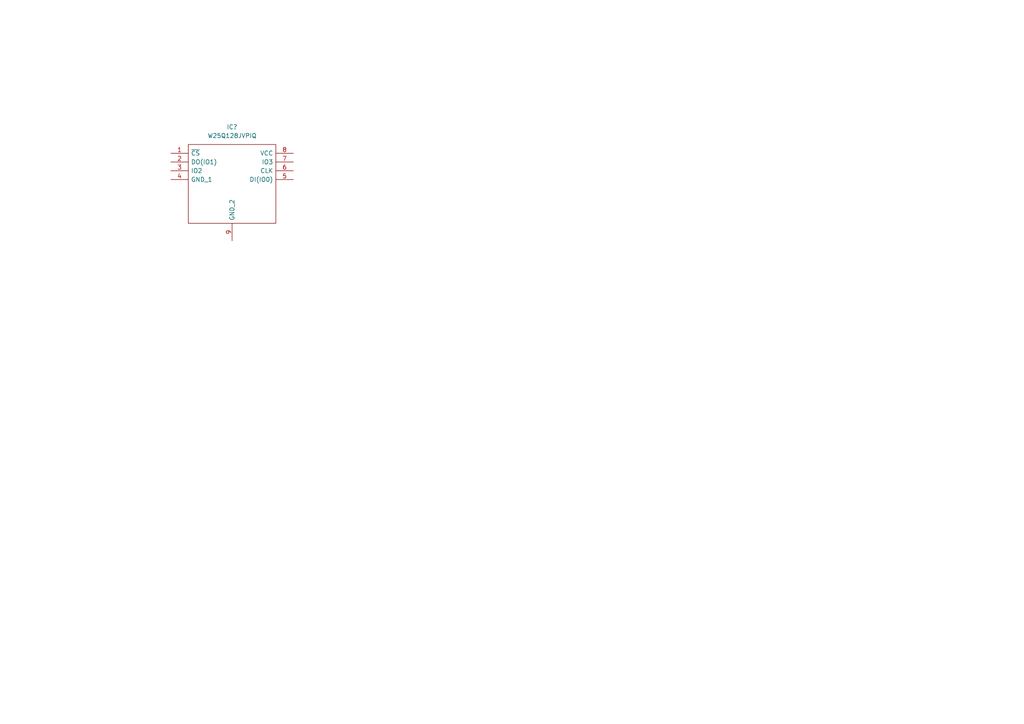
<source format=kicad_sch>
(kicad_sch (version 20211123) (generator eeschema)
  (paper "A4")
  (lib_symbols
    (symbol "SPI Flash:W25Q128JVPIQ" (pin_names (offset 0.762))
      (property "Reference" "IC" (at 31.75 7.62 0))
      (property "Value" "W25Q128JVPIQ" (at 31.75 5.08 0))
      (symbol "W25Q128JVPIQ_0_0"
        (pin passive line (at 0 0 0) (length 5.08) (name "~{CS}") (number "1"))
        (pin passive line (at 0 -2.54 0) (length 5.08) (name "DO(IO1)") (number "2"))
        (pin passive line (at 0 -5.08 0) (length 5.08) (name "IO2") (number "3"))
        (pin passive line (at 0 -7.62 0) (length 5.08) (name "GND_1") (number "4"))
        (pin passive line (at 35.56 -7.62 180) (length 5.08) (name "DI(IO0)") (number "5"))
        (pin passive line (at 35.56 -5.08 180) (length 5.08) (name "CLK") (number "6"))
        (pin passive line (at 35.56 -2.54 180) (length 5.08) (name "IO3") (number "7"))
        (pin passive line (at 35.56 0 180) (length 5.08) (name "VCC") (number "8"))
        (pin passive line (at 17.78 -25.4 90) (length 5.08) (name "GND_2") (number "9"))
      )
      (symbol "W25Q128JVPIQ_0_1"
        (polyline (pts (xy 5.08 2.54) (xy 30.48 2.54) (xy 30.48 -20.32) (xy 5.08 -20.32) (xy 5.08 2.54)) (stroke (width 0.1524)))
      )
    )
  )
  (symbol (lib_id "SPI Flash:W25Q128JVPIQ") (at 49.53 44.45 0) (unit 1)
    (property "Reference" "IC?" (at 67.31 36.83 0))
    (property "Value" "W25Q128JVPIQ" (at 67.31 39.37 0))
    (property "Footprint" "SON127P800X600X80-9N-D" (effects hide))
    (property "Datasheet" "https://www.arrow.com/en/products/w25q128jvpiq/winbond-electronics" (effects hide))
    (property "Description" "IC FLASH 128M SPI 133MHZ 8WSON" (effects hide))
    (property "Height" "0.8" (effects hide))
    (property "Mouser Part Number" "454-W25Q128JVPIQ" (effects hide))
    (property "Mouser Price/Stock" "https://www.mouser.co.uk/ProductDetail/Winbond/W25Q128JVPIQ?qs=qSfuJ%252Bfl%2Fd676hAD%252B1JSfw%3D%3D" (effects hide))
    (property "Manufacturer_Name" "Winbond" (effects hide))
    (property "Manufacturer_Part_Number" "W25Q128JVPIQ" (effects hide))
  )
)
</source>
